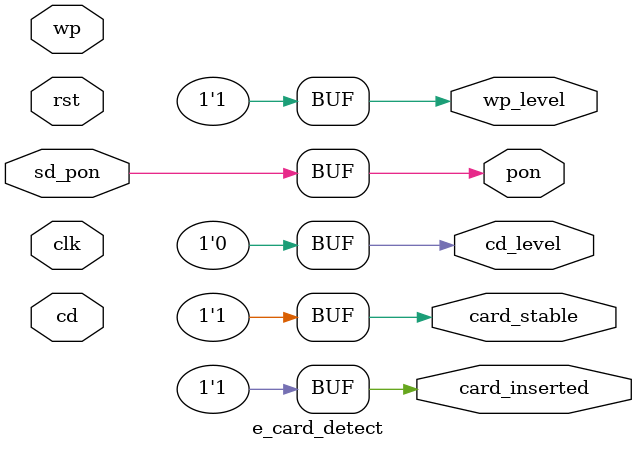
<source format=v>
`timescale 1ns/1ns

module e_card_detect(
										rst,
										clk,
										
										sd_pon,            
										wp_level,              
										cd_level,             
										card_stable,           
										card_inserted,              
										                  
										cd,               
										wp,               
										pon             
									);

	input		rst;
 	input		clk;

	input		sd_pon;            
	output	    wp_level;              
	output	    cd_level;             
	output	    card_stable;           
	output	    card_inserted;              

	input		cd;               
	input		wp;               
	output	    pon;   
     
	
	assign	pon				    = sd_pon;	
	assign	cd_level			= 1'b0;
	assign	wp_level			= 1'b1;	
	assign	card_stable		    = 1'b1;
	assign  card_inserted       = 1'b1;

  
endmodule
</source>
